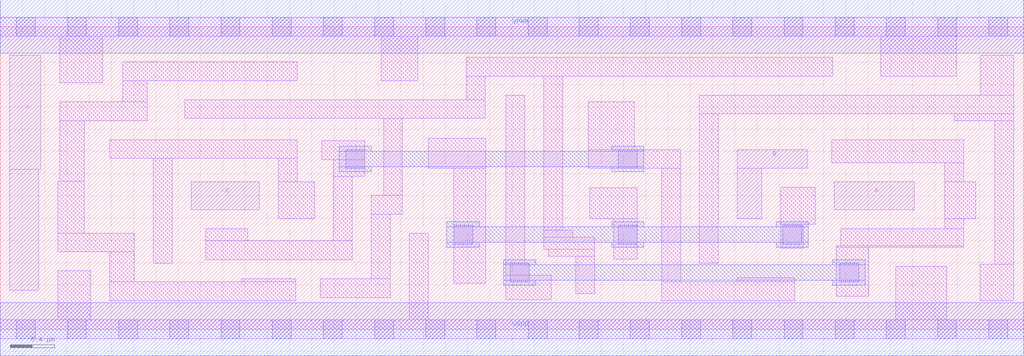
<source format=lef>
# Copyright 2020 The SkyWater PDK Authors
#
# Licensed under the Apache License, Version 2.0 (the "License");
# you may not use this file except in compliance with the License.
# You may obtain a copy of the License at
#
#     https://www.apache.org/licenses/LICENSE-2.0
#
# Unless required by applicable law or agreed to in writing, software
# distributed under the License is distributed on an "AS IS" BASIS,
# WITHOUT WARRANTIES OR CONDITIONS OF ANY KIND, either express or implied.
# See the License for the specific language governing permissions and
# limitations under the License.
#
# SPDX-License-Identifier: Apache-2.0

VERSION 5.7 ;
BUSBITCHARS "[]" ;
DIVIDERCHAR "/" ;
PROPERTYDEFINITIONS
  MACRO maskLayoutSubType STRING ;
  MACRO prCellType STRING ;
  MACRO originalViewName STRING ;
END PROPERTYDEFINITIONS
MACRO sky130_fd_sc_hdll__xnor3_1
  ORIGIN  0.000000  0.000000 ;
  CLASS CORE ;
  SYMMETRY X Y R90 ;
  SIZE  9.200000 BY  2.720000 ;
  SITE unithd ;
  PIN A
    ANTENNAGATEAREA  0.276000 ;
    DIRECTION INPUT ;
    USE SIGNAL ;
    PORT
      LAYER li1 ;
        RECT 7.495000 1.075000 8.215000 1.325000 ;
    END
  END A
  PIN B
    ANTENNAGATEAREA  0.735900 ;
    DIRECTION INPUT ;
    USE SIGNAL ;
    PORT
      LAYER li1 ;
        RECT 6.625000 0.995000 6.845000 1.445000 ;
        RECT 6.625000 1.445000 7.255000 1.615000 ;
    END
  END B
  PIN C
    ANTENNAGATEAREA  0.425400 ;
    DIRECTION INPUT ;
    USE SIGNAL ;
    PORT
      LAYER li1 ;
        RECT 1.715000 1.075000 2.330000 1.325000 ;
    END
  END C
  PIN VGND
    DIRECTION INOUT ;
    USE SIGNAL ;
    PORT
      LAYER met1 ;
        RECT 0.000000 -0.240000 9.200000 0.240000 ;
    END
  END VGND
  PIN VPWR
    DIRECTION INOUT ;
    USE SIGNAL ;
    PORT
      LAYER met1 ;
        RECT 0.000000 2.480000 9.200000 2.960000 ;
    END
  END VPWR
  PIN X
    ANTENNADIFFAREA  0.472000 ;
    DIRECTION OUTPUT ;
    USE SIGNAL ;
    PORT
      LAYER li1 ;
        RECT 0.085000 0.350000 0.345000 1.440000 ;
        RECT 0.085000 1.440000 0.365000 2.465000 ;
    END
  END X
  OBS
    LAYER li1 ;
      RECT 0.000000 -0.085000 9.200000 0.085000 ;
      RECT 0.000000  2.635000 9.200000 2.805000 ;
      RECT 0.515000  0.085000 0.815000 0.525000 ;
      RECT 0.515000  0.695000 1.205000 0.865000 ;
      RECT 0.515000  0.865000 0.755000 1.330000 ;
      RECT 0.535000  1.330000 0.755000 1.875000 ;
      RECT 0.535000  1.875000 1.320000 2.045000 ;
      RECT 0.535000  2.215000 0.920000 2.635000 ;
      RECT 0.985000  0.255000 2.655000 0.425000 ;
      RECT 0.985000  0.425000 1.205000 0.695000 ;
      RECT 0.985000  1.535000 2.670000 1.705000 ;
      RECT 1.100000  2.045000 1.320000 2.235000 ;
      RECT 1.100000  2.235000 2.670000 2.405000 ;
      RECT 1.375000  0.595000 1.545000 1.535000 ;
      RECT 1.660000  1.895000 4.360000 2.065000 ;
      RECT 1.845000  0.625000 3.165000 0.795000 ;
      RECT 1.845000  0.795000 2.225000 0.905000 ;
      RECT 2.170000  0.425000 2.655000 0.455000 ;
      RECT 2.500000  0.995000 2.825000 1.325000 ;
      RECT 2.500000  1.325000 2.670000 1.535000 ;
      RECT 2.875000  0.285000 3.505000 0.455000 ;
      RECT 2.890000  1.525000 3.275000 1.695000 ;
      RECT 2.995000  0.795000 3.165000 1.375000 ;
      RECT 2.995000  1.375000 3.275000 1.525000 ;
      RECT 3.335000  0.455000 3.505000 1.035000 ;
      RECT 3.335000  1.035000 3.615000 1.205000 ;
      RECT 3.425000  2.235000 3.755000 2.635000 ;
      RECT 3.445000  1.205000 3.615000 1.895000 ;
      RECT 3.675000  0.085000 3.845000 0.865000 ;
      RECT 3.845000  1.445000 4.365000 1.715000 ;
      RECT 4.075000  0.415000 4.365000 1.445000 ;
      RECT 4.190000  2.065000 4.360000 2.275000 ;
      RECT 4.190000  2.275000 7.485000 2.445000 ;
      RECT 4.545000  0.265000 4.955000 0.485000 ;
      RECT 4.545000  0.485000 4.755000 0.595000 ;
      RECT 4.545000  0.595000 4.715000 2.105000 ;
      RECT 4.885000  0.720000 5.345000 0.825000 ;
      RECT 4.885000  0.825000 5.145000 0.890000 ;
      RECT 4.885000  0.890000 5.055000 2.275000 ;
      RECT 4.925000  0.655000 5.345000 0.720000 ;
      RECT 5.175000  0.320000 5.345000 0.655000 ;
      RECT 5.285000  1.445000 6.115000 1.615000 ;
      RECT 5.285000  1.615000 5.700000 2.045000 ;
      RECT 5.300000  0.995000 5.725000 1.270000 ;
      RECT 5.515000  0.630000 5.725000 0.995000 ;
      RECT 5.945000  0.255000 7.140000 0.425000 ;
      RECT 5.945000  0.425000 6.115000 1.445000 ;
      RECT 6.285000  0.595000 6.455000 1.935000 ;
      RECT 6.285000  1.935000 9.110000 2.105000 ;
      RECT 6.625000  0.425000 7.140000 0.465000 ;
      RECT 7.015000  0.730000 7.220000 0.945000 ;
      RECT 7.015000  0.945000 7.325000 1.275000 ;
      RECT 7.475000  1.495000 8.660000 1.705000 ;
      RECT 7.515000  0.295000 7.805000 0.735000 ;
      RECT 7.515000  0.735000 8.660000 0.750000 ;
      RECT 7.555000  0.750000 8.660000 0.905000 ;
      RECT 7.915000  2.275000 8.595000 2.635000 ;
      RECT 8.050000  0.085000 8.510000 0.565000 ;
      RECT 8.490000  0.905000 8.660000 0.995000 ;
      RECT 8.490000  0.995000 8.770000 1.325000 ;
      RECT 8.490000  1.325000 8.660000 1.495000 ;
      RECT 8.575000  1.875000 9.110000 1.935000 ;
      RECT 8.810000  0.255000 9.110000 0.585000 ;
      RECT 8.815000  2.105000 9.110000 2.465000 ;
      RECT 8.940000  0.585000 9.110000 1.875000 ;
    LAYER mcon ;
      RECT 0.145000 -0.085000 0.315000 0.085000 ;
      RECT 0.145000  2.635000 0.315000 2.805000 ;
      RECT 0.605000 -0.085000 0.775000 0.085000 ;
      RECT 0.605000  2.635000 0.775000 2.805000 ;
      RECT 1.065000 -0.085000 1.235000 0.085000 ;
      RECT 1.065000  2.635000 1.235000 2.805000 ;
      RECT 1.525000 -0.085000 1.695000 0.085000 ;
      RECT 1.525000  2.635000 1.695000 2.805000 ;
      RECT 1.985000 -0.085000 2.155000 0.085000 ;
      RECT 1.985000  2.635000 2.155000 2.805000 ;
      RECT 2.445000 -0.085000 2.615000 0.085000 ;
      RECT 2.445000  2.635000 2.615000 2.805000 ;
      RECT 2.905000 -0.085000 3.075000 0.085000 ;
      RECT 2.905000  2.635000 3.075000 2.805000 ;
      RECT 3.105000  1.445000 3.275000 1.615000 ;
      RECT 3.365000 -0.085000 3.535000 0.085000 ;
      RECT 3.365000  2.635000 3.535000 2.805000 ;
      RECT 3.825000 -0.085000 3.995000 0.085000 ;
      RECT 3.825000  2.635000 3.995000 2.805000 ;
      RECT 4.075000  0.765000 4.245000 0.935000 ;
      RECT 4.285000 -0.085000 4.455000 0.085000 ;
      RECT 4.285000  2.635000 4.455000 2.805000 ;
      RECT 4.585000  0.425000 4.755000 0.595000 ;
      RECT 4.745000 -0.085000 4.915000 0.085000 ;
      RECT 4.745000  2.635000 4.915000 2.805000 ;
      RECT 5.205000 -0.085000 5.375000 0.085000 ;
      RECT 5.205000  2.635000 5.375000 2.805000 ;
      RECT 5.555000  0.765000 5.725000 0.935000 ;
      RECT 5.555000  1.445000 5.725000 1.615000 ;
      RECT 5.665000 -0.085000 5.835000 0.085000 ;
      RECT 5.665000  2.635000 5.835000 2.805000 ;
      RECT 6.125000 -0.085000 6.295000 0.085000 ;
      RECT 6.125000  2.635000 6.295000 2.805000 ;
      RECT 6.585000 -0.085000 6.755000 0.085000 ;
      RECT 6.585000  2.635000 6.755000 2.805000 ;
      RECT 7.035000  0.765000 7.205000 0.935000 ;
      RECT 7.045000 -0.085000 7.215000 0.085000 ;
      RECT 7.045000  2.635000 7.215000 2.805000 ;
      RECT 7.505000 -0.085000 7.675000 0.085000 ;
      RECT 7.505000  2.635000 7.675000 2.805000 ;
      RECT 7.545000  0.425000 7.715000 0.595000 ;
      RECT 7.965000 -0.085000 8.135000 0.085000 ;
      RECT 7.965000  2.635000 8.135000 2.805000 ;
      RECT 8.425000 -0.085000 8.595000 0.085000 ;
      RECT 8.425000  2.635000 8.595000 2.805000 ;
      RECT 8.885000 -0.085000 9.055000 0.085000 ;
      RECT 8.885000  2.635000 9.055000 2.805000 ;
    LAYER met1 ;
      RECT 3.045000 1.415000 3.335000 1.460000 ;
      RECT 3.045000 1.460000 5.785000 1.600000 ;
      RECT 3.045000 1.600000 3.335000 1.645000 ;
      RECT 4.015000 0.735000 4.305000 0.780000 ;
      RECT 4.015000 0.780000 7.265000 0.920000 ;
      RECT 4.015000 0.920000 4.305000 0.965000 ;
      RECT 4.525000 0.395000 4.815000 0.440000 ;
      RECT 4.525000 0.440000 7.775000 0.580000 ;
      RECT 4.525000 0.580000 4.815000 0.625000 ;
      RECT 5.495000 0.735000 5.785000 0.780000 ;
      RECT 5.495000 0.920000 5.785000 0.965000 ;
      RECT 5.495000 1.415000 5.785000 1.460000 ;
      RECT 5.495000 1.600000 5.785000 1.645000 ;
      RECT 6.975000 0.735000 7.265000 0.780000 ;
      RECT 6.975000 0.920000 7.265000 0.965000 ;
      RECT 7.485000 0.395000 7.775000 0.440000 ;
      RECT 7.485000 0.580000 7.775000 0.625000 ;
  END
  PROPERTY maskLayoutSubType "abstract" ;
  PROPERTY prCellType "standard" ;
  PROPERTY originalViewName "layout" ;
END sky130_fd_sc_hdll__xnor3_1
END LIBRARY

</source>
